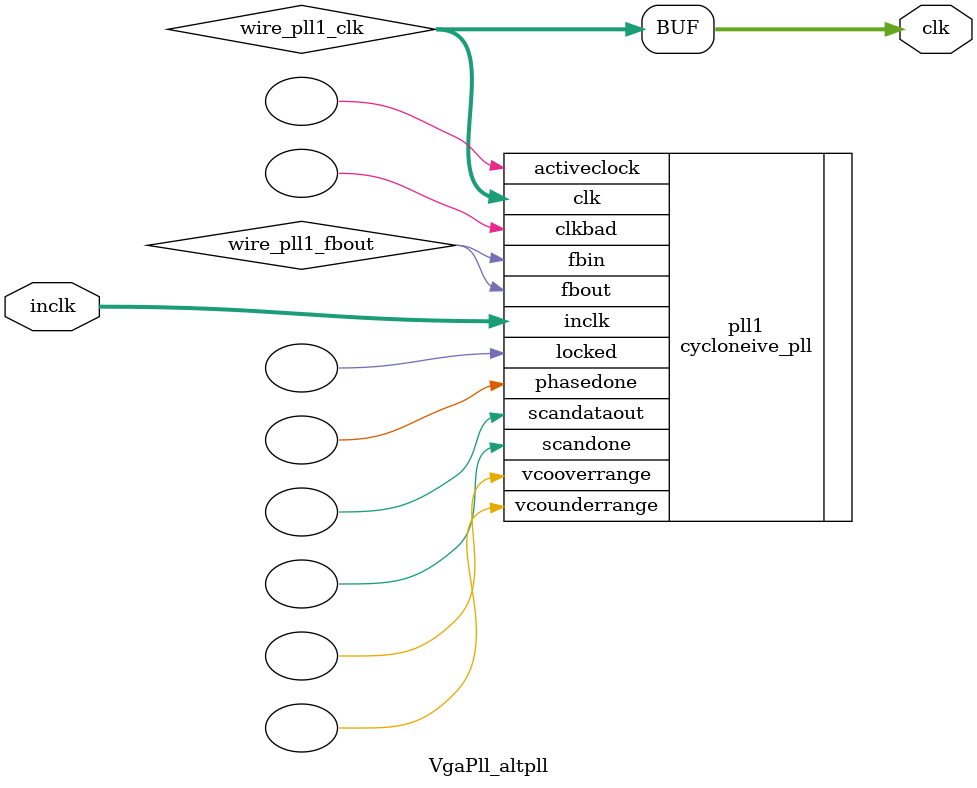
<source format=v>






//synthesis_resources = cycloneive_pll 1 
//synopsys translate_off
`timescale 1 ps / 1 ps
//synopsys translate_on
module  VgaPll_altpll
	( 
	clk,
	inclk) /* synthesis synthesis_clearbox=1 */;
	output   [4:0]  clk;
	input   [1:0]  inclk;
`ifndef ALTERA_RESERVED_QIS
// synopsys translate_off
`endif
	tri0   [1:0]  inclk;
`ifndef ALTERA_RESERVED_QIS
// synopsys translate_on
`endif

	wire  [4:0]   wire_pll1_clk;
	wire  wire_pll1_fbout;

	cycloneive_pll   pll1
	( 
	.activeclock(),
	.clk(wire_pll1_clk),
	.clkbad(),
	.fbin(wire_pll1_fbout),
	.fbout(wire_pll1_fbout),
	.inclk(inclk),
	.locked(),
	.phasedone(),
	.scandataout(),
	.scandone(),
	.vcooverrange(),
	.vcounderrange()
	`ifndef FORMAL_VERIFICATION
	// synopsys translate_off
	`endif
	,
	.areset(1'b0),
	.clkswitch(1'b0),
	.configupdate(1'b0),
	.pfdena(1'b1),
	.phasecounterselect({3{1'b0}}),
	.phasestep(1'b0),
	.phaseupdown(1'b0),
	.scanclk(1'b0),
	.scanclkena(1'b1),
	.scandata(1'b0)
	`ifndef FORMAL_VERIFICATION
	// synopsys translate_on
	`endif
	);
	defparam
		pll1.bandwidth_type = "auto",
		pll1.clk0_divide_by = 5,
		pll1.clk0_duty_cycle = 50,
		pll1.clk0_multiply_by = 4,
		pll1.clk0_phase_shift = "0",
		pll1.compensate_clock = "clk0",
		pll1.inclk0_input_frequency = 20000,
		pll1.operation_mode = "normal",
		pll1.pll_type = "auto",
		pll1.lpm_type = "cycloneive_pll";
	assign
		clk = {wire_pll1_clk[4:0]};
endmodule //VgaPll_altpll
//VALID FILE

</source>
